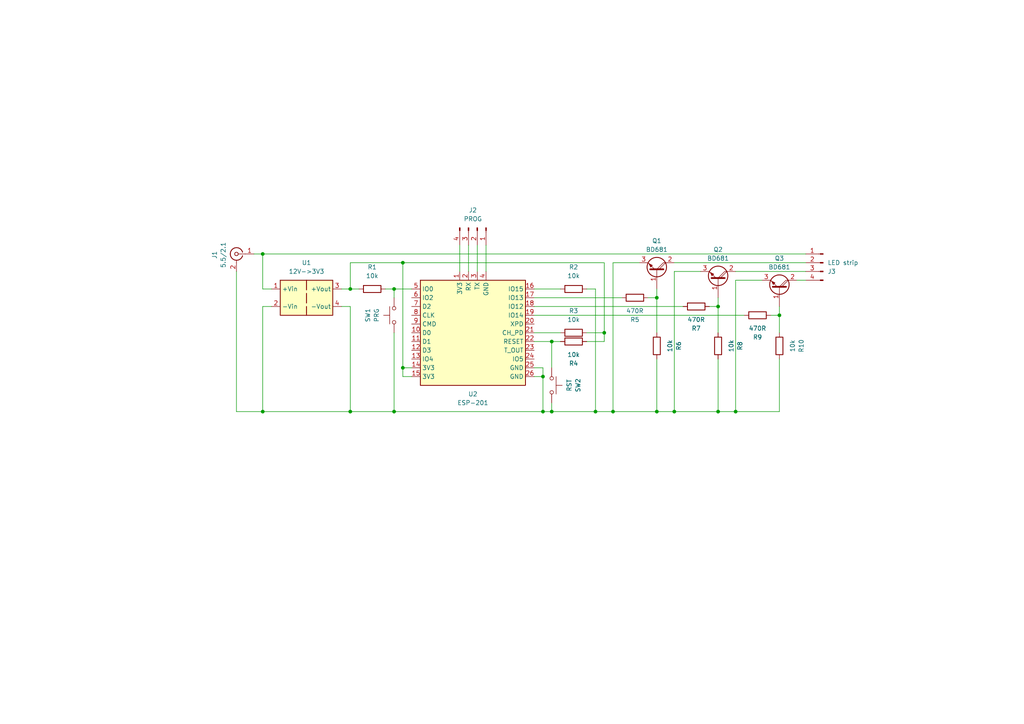
<source format=kicad_sch>
(kicad_sch (version 20231120) (generator "eeschema") (generator_version "8.0")
  (paper "A4")
  (title_block (title "LED strip controller") (date "2024-09-21") (rev "1.1") (company "Eli Nucknack"))
  (lib_symbols
    (symbol "Connector:Conn_01x04_Pin" (pin_names (offset 1.016) hide)
      (property "Reference" "J" (at 0 5.08 0))
      (property "Value" "Conn_01x04_Pin" (at 0 -7.62 0))
      (symbol "Conn_01x04_Pin_1_1"
        (polyline (pts (xy 1.27 -5.08) (xy 0.8636 -5.08)) (stroke (width 0.1524)))
        (polyline (pts (xy 1.27 -2.54) (xy 0.8636 -2.54)) (stroke (width 0.1524)))
        (polyline (pts (xy 1.27 0) (xy 0.8636 0)) (stroke (width 0.1524)))
        (polyline (pts (xy 1.27 2.54) (xy 0.8636 2.54)) (stroke (width 0.1524)))
        (rectangle (start 0.8636 -4.953) (end 0 -5.207) (stroke (width 0.1524)) (fill (type outline)))
        (rectangle (start 0.8636 -2.413) (end 0 -2.667) (stroke (width 0.1524)) (fill (type outline)))
        (rectangle (start 0.8636 0.127) (end 0 -0.127) (stroke (width 0.1524)) (fill (type outline)))
        (rectangle (start 0.8636 2.667) (end 0 2.413) (stroke (width 0.1524)) (fill (type outline)))
        (pin passive line (at 5.08 2.54 180) (length 3.81) (name "Pin_1") (number "1"))
        (pin passive line (at 5.08 0 180) (length 3.81) (name "Pin_2") (number "2"))
        (pin passive line (at 5.08 -2.54 180) (length 3.81) (name "Pin_3") (number "3"))
        (pin passive line (at 5.08 -5.08 180) (length 3.81) (name "Pin_4") (number "4"))
      )
    )
    (symbol "Connector:Conn_Coaxial" (pin_names (offset 1.016) hide)
      (property "Reference" "J" (at 0.254 3.048 0))
      (property "Value" "Conn_Coaxial" (at 2.921 0 90))
      (symbol "Conn_Coaxial_0_1"
        (arc (start -1.778 -0.508) (mid 0.2311 -1.8066) (end 1.778 0) (stroke (width 0.254)))
        (polyline (pts (xy -2.54 0) (xy -0.508 0)))
        (polyline (pts (xy 0 -2.54) (xy 0 -1.778)))
        (circle (center 0 0) (radius 0.508) (stroke (width 0.2032)))
        (arc (start 1.778 0) (mid 0.2099 1.8101) (end -1.778 0.508) (stroke (width 0.254)))
      )
      (symbol "Conn_Coaxial_1_1"
        (pin passive line (at -5.08 0 0) (length 2.54) (name "In") (number "1"))
        (pin passive line (at 0 -5.08 90) (length 2.54) (name "Ext") (number "2"))
      )
    )
    (symbol "Device:Q_NPN_Darlington_BCE" (pin_names (offset 0) hide)
      (property "Reference" "Q" (at 4.572 1.27 0))
      (property "Value" "Q_NPN_Darlington_BCE" (at 4.572 -1.27 0))
      (symbol "Q_NPN_Darlington_BCE_0_1"
        (polyline (pts (xy 0.635 0.635) (xy 2.54 2.54)))
        (polyline (pts (xy 0.635 -0.635) (xy 2.54 -2.54) (xy 2.54 -2.54)))
        (polyline (pts (xy 0.635 0) (xy 2.54 1.905) (xy 2.54 2.54)))
        (polyline (pts (xy 0.635 1.905) (xy 0.635 -1.905) (xy 0.635 -1.905)) (stroke (width 0.508)))
        (polyline (pts (xy 1.27 -1.778) (xy 1.778 -1.27) (xy 2.286 -2.286) (xy 1.27 -1.778) (xy 1.27 -1.778)) (fill (type outline)))
        (circle (center 1.27 0) (radius 2.8194) (stroke (width 0.254)))
      )
      (symbol "Q_NPN_Darlington_BCE_1_1"
        (pin input line (at -5.08 0 0) (length 5.715) (name "B") (number "1"))
        (pin passive line (at 2.54 5.08 270) (length 2.54) (name "C") (number "2"))
        (pin passive line (at 2.54 -5.08 90) (length 2.54) (name "E") (number "3"))
      )
    )
    (symbol "Device:R" (pin_numbers hide) (pin_names (offset 0))
      (property "Reference" "R" (at 2.032 0 90))
      (property "Value" "R" (at 0 0 90))
      (symbol "R_0_1"
        (rectangle (start -1.016 -2.54) (end 1.016 2.54) (stroke (width 0.254)))
      )
      (symbol "R_1_1"
        (pin passive line (at 0 3.81 270) (length 1.27) (name "~") (number "1"))
        (pin passive line (at 0 -3.81 90) (length 1.27) (name "~") (number "2"))
      )
    )
    (symbol "Switch:SW_Push" (pin_numbers hide) (pin_names (offset 1.016) hide)
      (property "Reference" "SW" (at 1.27 2.54 0))
      (property "Value" "SW_Push" (at 0 -1.524 0))
      (symbol "SW_Push_0_1"
        (circle (center -2.032 0) (radius 0.508))
        (polyline (pts (xy 0 1.27) (xy 0 3.048)))
        (polyline (pts (xy 2.54 1.27) (xy -2.54 1.27)))
        (circle (center 2.032 0) (radius 0.508))
        (pin passive line (at -5.08 0 0) (length 2.54) (name "1") (number "1"))
        (pin passive line (at 5.08 0 180) (length 2.54) (name "2") (number "2"))
      )
    )
    (symbol "led-strip-controller:DC-DC_converter"
      (property "Reference" "U" (at -7.112 6.35 0))
      (property "Value" "12V->3V3" (at 7.62 6.35 0))
      (symbol "DC-DC_converter_0_1"
        (rectangle (start -7.62 5.08) (end 7.62 -5.08) (stroke (width 0.254)) (fill (type background)))
      )
      (symbol "DC-DC_converter_1_1"
        (polyline (pts (xy 0 5.08) (xy 0 -5.08)) (stroke (width 0.254) (type dash)))
        (pin power_in line (at -10.16 2.54 0) (length 2.54) (name "+Vin") (number "1"))
        (pin power_in line (at -10.16 -2.54 0) (length 2.54) (name "-Vin") (number "2"))
        (pin power_out line (at 10.16 2.54 180) (length 2.54) (name "+Vout") (number "3"))
        (pin power_out line (at 10.16 -2.54 180) (length 2.54) (name "-Vout") (number "4"))
      )
    )
    (symbol "led-strip-controller:ESP-201"
      (property "Reference" "U" (at -15.24 16.51 0))
      (property "Value" "ESP-201" (at 15.24 16.51 0))
      (symbol "ESP-201_0_1"
        (rectangle (start -15.24 15.24) (end 15.24 -15.24) (stroke (width 0.254)) (fill (type background)))
      )
      (symbol "ESP-201_1_1"
        (pin power_in line (at -3.81 17.78 270) (length 2.54) (name "3V3") (number "1"))
        (pin bidirectional line (at -17.78 0 0) (length 2.54) (name "D0") (number "10"))
        (pin bidirectional line (at -17.78 -2.54 0) (length 2.54) (name "D1") (number "11"))
        (pin bidirectional line (at -17.78 -5.08 0) (length 2.54) (name "D3") (number "12"))
        (pin bidirectional line (at -17.78 -7.62 0) (length 2.54) (name "IO4") (number "13"))
        (pin power_in line (at -17.78 -10.16 0) (length 2.54) (name "3V3") (number "14"))
        (pin power_in line (at -17.78 -12.7 0) (length 2.54) (name "3V3") (number "15"))
        (pin bidirectional line (at 17.78 12.7 180) (length 2.54) (name "IO15") (number "16"))
        (pin bidirectional line (at 17.78 10.16 180) (length 2.54) (name "IO13") (number "17"))
        (pin bidirectional line (at 17.78 7.62 180) (length 2.54) (name "IO12") (number "18"))
        (pin bidirectional line (at 17.78 5.08 180) (length 2.54) (name "IO14") (number "19"))
        (pin bidirectional line (at -1.27 17.78 270) (length 2.54) (name "RX") (number "2"))
        (pin bidirectional line (at 17.78 2.54 180) (length 2.54) (name "XPD") (number "20"))
        (pin bidirectional line (at 17.78 0 180) (length 2.54) (name "CH_PD") (number "21"))
        (pin bidirectional line (at 17.78 -2.54 180) (length 2.54) (name "RESET") (number "22"))
        (pin bidirectional line (at 17.78 -5.08 180) (length 2.54) (name "T_OUT") (number "23"))
        (pin bidirectional line (at 17.78 -7.62 180) (length 2.54) (name "IO5") (number "24"))
        (pin power_in line (at 17.78 -10.16 180) (length 2.54) (name "GND") (number "25"))
        (pin power_in line (at 17.78 -12.7 180) (length 2.54) (name "GND") (number "26"))
        (pin bidirectional line (at 1.27 17.78 270) (length 2.54) (name "TX") (number "3"))
        (pin power_in line (at 3.81 17.78 270) (length 2.54) (name "GND") (number "4"))
        (pin bidirectional line (at -17.78 12.7 0) (length 2.54) (name "IO0") (number "5"))
        (pin bidirectional line (at -17.78 10.16 0) (length 2.54) (name "IO2") (number "6"))
        (pin bidirectional line (at -17.78 7.62 0) (length 2.54) (name "D2") (number "7"))
        (pin bidirectional line (at -17.78 5.08 0) (length 2.54) (name "CLK") (number "8"))
        (pin bidirectional line (at -17.78 2.54 0) (length 2.54) (name "CMD") (number "9"))
      )
    )
  )
  (junction (at 172.72 119.38))
  (junction (at 116.84 106.68))
  (junction (at 76.2 119.38))
  (junction (at 213.36 119.38))
  (junction (at 101.6 83.82))
  (junction (at 208.28 119.38))
  (junction (at 114.3 119.38))
  (junction (at 101.6 119.38))
  (junction (at 175.26 96.52))
  (junction (at 160.02 119.38))
  (junction (at 208.28 88.9))
  (junction (at 116.84 76.2))
  (junction (at 226.06 91.44))
  (junction (at 76.2 73.66))
  (junction (at 157.48 119.38))
  (junction (at 114.3 83.82))
  (junction (at 157.48 109.22))
  (junction (at 195.58 119.38))
  (junction (at 177.8 119.38))
  (junction (at 190.5 86.36))
  (junction (at 190.5 119.38))
  (junction (at 160.02 99.06))
  (wire (pts (xy 220.98 81.28) (xy 213.36 81.28)))
  (wire (pts (xy 172.72 119.38) (xy 177.8 119.38)))
  (wire (pts (xy 116.84 76.2) (xy 116.84 106.68)))
  (wire (pts (xy 116.84 106.68) (xy 119.38 106.68)))
  (wire (pts (xy 175.26 76.2) (xy 175.26 96.52)))
  (wire (pts (xy 114.3 119.38) (xy 157.48 119.38)))
  (wire (pts (xy 190.5 83.82) (xy 190.5 86.36)))
  (wire (pts (xy 160.02 99.06) (xy 160.02 106.68)))
  (wire (pts (xy 177.8 119.38) (xy 190.5 119.38)))
  (wire (pts (xy 226.06 91.44) (xy 226.06 96.52)))
  (wire (pts (xy 99.06 88.9) (xy 101.6 88.9)))
  (wire (pts (xy 114.3 96.52) (xy 114.3 119.38)))
  (wire (pts (xy 76.2 88.9) (xy 76.2 119.38)))
  (wire (pts (xy 99.06 83.82) (xy 101.6 83.82)))
  (wire (pts (xy 177.8 76.2) (xy 177.8 119.38)))
  (wire (pts (xy 76.2 88.9) (xy 78.74 88.9)))
  (wire (pts (xy 187.96 86.36) (xy 190.5 86.36)))
  (wire (pts (xy 154.94 91.44) (xy 215.9 91.44)))
  (wire (pts (xy 170.18 96.52) (xy 175.26 96.52)))
  (wire (pts (xy 101.6 76.2) (xy 116.84 76.2)))
  (wire (pts (xy 195.58 119.38) (xy 190.5 119.38)))
  (wire (pts (xy 190.5 104.14) (xy 190.5 119.38)))
  (wire (pts (xy 223.52 91.44) (xy 226.06 91.44)))
  (wire (pts (xy 157.48 119.38) (xy 160.02 119.38)))
  (wire (pts (xy 154.94 106.68) (xy 157.48 106.68)))
  (wire (pts (xy 231.14 81.28) (xy 233.68 81.28)))
  (wire (pts (xy 172.72 83.82) (xy 170.18 83.82)))
  (wire (pts (xy 73.66 73.66) (xy 76.2 73.66)))
  (wire (pts (xy 160.02 119.38) (xy 172.72 119.38)))
  (wire (pts (xy 195.58 78.74) (xy 195.58 119.38)))
  (wire (pts (xy 76.2 83.82) (xy 78.74 83.82)))
  (wire (pts (xy 213.36 119.38) (xy 208.28 119.38)))
  (wire (pts (xy 76.2 73.66) (xy 233.68 73.66)))
  (wire (pts (xy 101.6 88.9) (xy 101.6 119.38)))
  (wire (pts (xy 138.43 71.12) (xy 138.43 78.74)))
  (wire (pts (xy 68.58 119.38) (xy 76.2 119.38)))
  (wire (pts (xy 157.48 109.22) (xy 157.48 119.38)))
  (wire (pts (xy 154.94 96.52) (xy 162.56 96.52)))
  (wire (pts (xy 135.89 71.12) (xy 135.89 78.74)))
  (wire (pts (xy 213.36 81.28) (xy 213.36 119.38)))
  (wire (pts (xy 208.28 88.9) (xy 208.28 96.52)))
  (wire (pts (xy 226.06 88.9) (xy 226.06 91.44)))
  (wire (pts (xy 101.6 76.2) (xy 101.6 83.82)))
  (wire (pts (xy 170.18 99.06) (xy 175.26 99.06)))
  (wire (pts (xy 154.94 86.36) (xy 180.34 86.36)))
  (wire (pts (xy 76.2 119.38) (xy 101.6 119.38)))
  (wire (pts (xy 213.36 78.74) (xy 233.68 78.74)))
  (wire (pts (xy 190.5 86.36) (xy 190.5 96.52)))
  (wire (pts (xy 154.94 99.06) (xy 160.02 99.06)))
  (wire (pts (xy 208.28 86.36) (xy 208.28 88.9)))
  (wire (pts (xy 154.94 88.9) (xy 198.12 88.9)))
  (wire (pts (xy 140.97 71.12) (xy 140.97 78.74)))
  (wire (pts (xy 226.06 119.38) (xy 213.36 119.38)))
  (wire (pts (xy 133.35 71.12) (xy 133.35 78.74)))
  (wire (pts (xy 68.58 78.74) (xy 68.58 119.38)))
  (wire (pts (xy 114.3 83.82) (xy 114.3 86.36)))
  (wire (pts (xy 101.6 119.38) (xy 114.3 119.38)))
  (wire (pts (xy 160.02 99.06) (xy 162.56 99.06)))
  (wire (pts (xy 116.84 106.68) (xy 116.84 109.22)))
  (wire (pts (xy 208.28 119.38) (xy 195.58 119.38)))
  (wire (pts (xy 175.26 99.06) (xy 175.26 96.52)))
  (wire (pts (xy 154.94 83.82) (xy 162.56 83.82)))
  (wire (pts (xy 203.2 78.74) (xy 195.58 78.74)))
  (wire (pts (xy 154.94 109.22) (xy 157.48 109.22)))
  (wire (pts (xy 119.38 109.22) (xy 116.84 109.22)))
  (wire (pts (xy 111.76 83.82) (xy 114.3 83.82)))
  (wire (pts (xy 116.84 76.2) (xy 175.26 76.2)))
  (wire (pts (xy 160.02 116.84) (xy 160.02 119.38)))
  (wire (pts (xy 76.2 73.66) (xy 76.2 83.82)))
  (wire (pts (xy 114.3 83.82) (xy 119.38 83.82)))
  (wire (pts (xy 195.58 76.2) (xy 233.68 76.2)))
  (wire (pts (xy 226.06 104.14) (xy 226.06 119.38)))
  (wire (pts (xy 104.14 83.82) (xy 101.6 83.82)))
  (wire (pts (xy 172.72 83.82) (xy 172.72 119.38)))
  (wire (pts (xy 157.48 106.68) (xy 157.48 109.22)))
  (wire (pts (xy 185.42 76.2) (xy 177.8 76.2)))
  (wire (pts (xy 205.74 88.9) (xy 208.28 88.9)))
  (wire (pts (xy 208.28 104.14) (xy 208.28 119.38)))
  (symbol (lib_id "Device:R") (at 226.06 100.33 0) (unit 1)
    (property "Reference" "R10" (at 232.41 100.33 90))
    (property "Value" "10k" (at 229.87 100.33 90))
    (property "Description" "Resistor" (effects (hide yes)))
  )
  (symbol (lib_id "Switch:SW_Push") (at 160.02 111.76 270) (unit 1)
    (property "Reference" "SW2" (at 167.64 111.76 0))
    (property "Value" "RST" (at 165.1 111.76 0))
    (property "Description" "Push button switch, generic, two pins" (effects (hide yes)))
  )
  (symbol (lib_id "Device:R") (at 107.95 83.82 90) (unit 1)
    (property "Reference" "R1" (at 107.95 77.47 90))
    (property "Value" "10k" (at 107.95 80.01 90))
    (property "Description" "Resistor" (effects (hide yes)))
  )
  (symbol (lib_id "Device:R") (at 166.37 96.52 90) (unit 1)
    (property "Reference" "R3" (at 166.37 90.17 90))
    (property "Value" "10k" (at 166.37 92.71 90))
    (property "Description" "Resistor" (effects (hide yes)))
  )
  (symbol (lib_id "Connector:Conn_01x04_Pin") (at 138.43 66.04 270) (unit 1)
    (property "Reference" "J2" (at 137.16 60.96 90))
    (property "Value" "PROG" (at 137.16 63.5 90))
    (property "Description" "Generic connector, single row, 01x04, script generated" (effects (hide yes)))
  )
  (symbol (lib_id "led-strip-controller:ESP-201") (at 137.16 96.52 0) (unit 1)
    (property "Reference" "U2" (at 137.16 114.3 0))
    (property "Value" "ESP-201" (at 137.16 116.84 0))
  )
  (symbol (lib_id "Device:Q_NPN_Darlington_BCE") (at 190.5 78.74 270) (mirror x) (unit 1)
    (property "Reference" "Q1" (at 190.5 69.85 90))
    (property "Value" "BD681" (at 190.5 72.39 90))
    (property "Description" "NPN Darlington transistor, base/collector/emitter" (effects (hide yes)))
  )
  (symbol (lib_id "Connector:Conn_Coaxial") (at 68.58 73.66 0) (mirror y) (unit 1)
    (property "Reference" "J1" (at 62.23 73.9532 90))
    (property "Value" "5.5/2.1" (at 64.77 73.9532 90))
    (property "Description" "coaxial connector (BNC, SMA, SMB, SMC, Cinch/RCA, LEMO, ...)" (effects (hide yes)))
  )
  (symbol (lib_id "Device:R") (at 219.71 91.44 90) (mirror x) (unit 1)
    (property "Reference" "R9" (at 219.71 97.79 90))
    (property "Value" "470R" (at 219.71 95.25 90))
    (property "Description" "Resistor" (effects (hide yes)))
  )
  (symbol (lib_id "Device:R") (at 166.37 99.06 90) (mirror x) (unit 1)
    (property "Reference" "R4" (at 166.37 105.41 90))
    (property "Value" "10k" (at 166.37 102.87 90))
    (property "Description" "Resistor" (effects (hide yes)))
  )
  (symbol (lib_id "Switch:SW_Push") (at 114.3 91.44 90) (mirror x) (unit 1)
    (property "Reference" "SW1" (at 106.68 91.44 0))
    (property "Value" "PRG" (at 109.22 91.44 0))
    (property "Description" "Push button switch, generic, two pins" (effects (hide yes)))
  )
  (symbol (lib_id "Device:R") (at 201.93 88.9 90) (mirror x) (unit 1)
    (property "Reference" "R7" (at 201.93 95.25 90))
    (property "Value" "470R" (at 201.93 92.71 90))
    (property "Description" "Resistor" (effects (hide yes)))
  )
  (symbol (lib_id "Device:Q_NPN_Darlington_BCE") (at 208.28 81.28 270) (mirror x) (unit 1)
    (property "Reference" "Q2" (at 208.28 72.39 90))
    (property "Value" "BD681" (at 208.28 74.93 90))
    (property "Description" "NPN Darlington transistor, base/collector/emitter" (effects (hide yes)))
  )
  (symbol (lib_id "Device:R") (at 184.15 86.36 270) (unit 1)
    (property "Reference" "R5" (at 184.15 92.71 90))
    (property "Value" "470R" (at 184.15 90.17 90))
    (property "Description" "Resistor" (effects (hide yes)))
  )
  (symbol (lib_id "Device:Q_NPN_Darlington_BCE") (at 226.06 83.82 270) (mirror x) (unit 1)
    (property "Reference" "Q3" (at 226.06 74.93 90))
    (property "Value" "BD681" (at 226.06 77.47 90))
    (property "Description" "NPN Darlington transistor, base/collector/emitter" (effects (hide yes)))
  )
  (symbol (lib_id "Device:R") (at 166.37 83.82 90) (unit 1)
    (property "Reference" "R2" (at 166.37 77.47 90))
    (property "Value" "10k" (at 166.37 80.01 90))
    (property "Description" "Resistor" (effects (hide yes)))
  )
  (symbol (lib_id "Device:R") (at 208.28 100.33 0) (unit 1)
    (property "Reference" "R8" (at 214.63 100.33 90))
    (property "Value" "10k" (at 212.09 100.33 90))
    (property "Description" "Resistor" (effects (hide yes)))
  )
  (symbol (lib_id "Device:R") (at 190.5 100.33 0) (unit 1)
    (property "Reference" "R6" (at 196.85 100.33 90))
    (property "Value" "10k" (at 194.31 100.33 90))
    (property "Description" "Resistor" (effects (hide yes)))
  )
  (symbol (lib_id "led-strip-controller:DC-DC_converter") (at 88.9 86.36 0) (unit 1)
    (property "Reference" "U1" (at 88.9 76.2 0))
    (property "Value" "12V->3V3" (at 88.9 78.74 0))
  )
  (symbol (lib_id "Connector:Conn_01x04_Pin") (at 238.76 76.2 0) (mirror y) (unit 1)
    (property "Reference" "J3" (at 240.03 78.7401 0) (effects (justify right)))
    (property "Value" "LED strip" (at 240.03 76.2001 0) (effects (justify right)))
    (property "Description" "Generic connector, single row, 01x04, script generated" (effects (hide yes)))
  )
)
</source>
